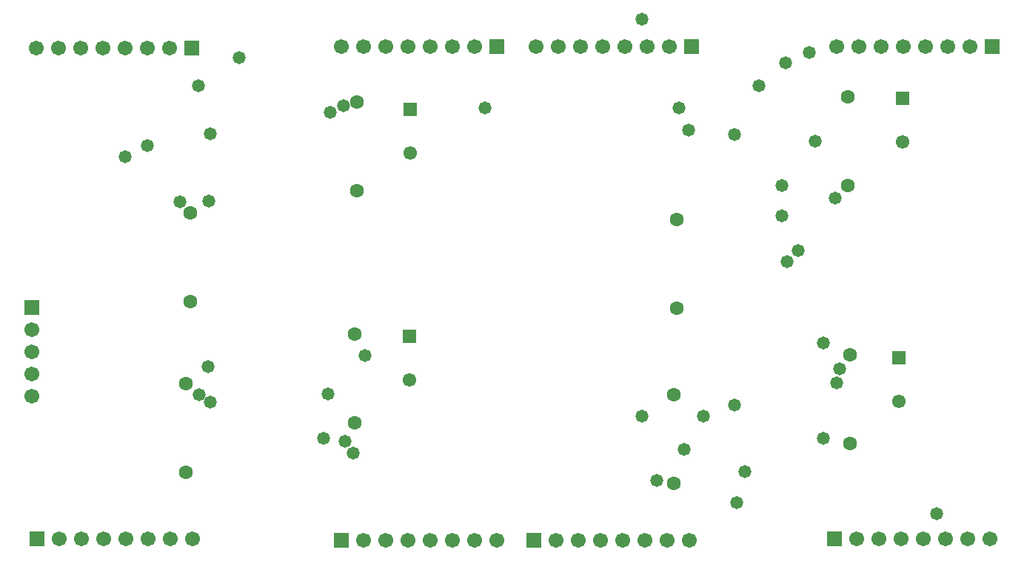
<source format=gbs>
G04*
G04 #@! TF.GenerationSoftware,Altium Limited,Altium Designer,20.0.14 (345)*
G04*
G04 Layer_Color=16711935*
%FSLAX23Y23*%
%MOIN*%
G70*
G01*
G75*
%ADD15C,0.061*%
%ADD16R,0.061X0.061*%
%ADD17R,0.067X0.067*%
%ADD18C,0.067*%
%ADD19C,0.063*%
%ADD20R,0.067X0.067*%
%ADD21C,0.058*%
D15*
X5025Y4342D02*
D03*
X2810Y4292D02*
D03*
X5010Y3170D02*
D03*
X2805Y3267D02*
D03*
D16*
X5025Y4538D02*
D03*
X2810Y4488D02*
D03*
X5010Y3367D02*
D03*
X2805Y3463D02*
D03*
D17*
X5430Y4770D02*
D03*
X4075D02*
D03*
X4720Y2550D02*
D03*
X3365Y2545D02*
D03*
X2500D02*
D03*
X1130Y2550D02*
D03*
X3200Y4770D02*
D03*
X1825Y4765D02*
D03*
D18*
X5330Y4770D02*
D03*
X5230D02*
D03*
X5130D02*
D03*
X5030D02*
D03*
X4930D02*
D03*
X4830D02*
D03*
X4730D02*
D03*
X3975D02*
D03*
X3875D02*
D03*
X3775D02*
D03*
X3675D02*
D03*
X3575D02*
D03*
X3475D02*
D03*
X3375D02*
D03*
X1105Y3195D02*
D03*
Y3295D02*
D03*
Y3395D02*
D03*
Y3495D02*
D03*
X4820Y2550D02*
D03*
X4920D02*
D03*
X5020D02*
D03*
X5120D02*
D03*
X5220D02*
D03*
X5320D02*
D03*
X5420D02*
D03*
X3465Y2545D02*
D03*
X3565D02*
D03*
X3665D02*
D03*
X3765D02*
D03*
X3865D02*
D03*
X3965D02*
D03*
X4065D02*
D03*
X2600D02*
D03*
X2700D02*
D03*
X2800D02*
D03*
X2900D02*
D03*
X3000D02*
D03*
X3100D02*
D03*
X3200D02*
D03*
X1230Y2550D02*
D03*
X1330D02*
D03*
X1430D02*
D03*
X1530D02*
D03*
X1630D02*
D03*
X1730D02*
D03*
X1830D02*
D03*
X3100Y4770D02*
D03*
X3000D02*
D03*
X2900D02*
D03*
X2800D02*
D03*
X2700D02*
D03*
X2600D02*
D03*
X2500D02*
D03*
X1725Y4765D02*
D03*
X1625D02*
D03*
X1525D02*
D03*
X1425D02*
D03*
X1325D02*
D03*
X1225D02*
D03*
X1125D02*
D03*
D19*
X4780Y4545D02*
D03*
Y4145D02*
D03*
X2570Y4520D02*
D03*
Y4120D02*
D03*
X4010Y3590D02*
D03*
Y3990D02*
D03*
X1820Y3620D02*
D03*
Y4020D02*
D03*
X4790Y3380D02*
D03*
Y2980D02*
D03*
X2560Y3475D02*
D03*
Y3075D02*
D03*
X3995Y3200D02*
D03*
Y2800D02*
D03*
X1800Y3250D02*
D03*
Y2850D02*
D03*
D20*
X1105Y3595D02*
D03*
D21*
X1908Y4378D02*
D03*
X1625Y4325D02*
D03*
X1525Y4275D02*
D03*
X5178Y2664D02*
D03*
X4555Y3850D02*
D03*
X4506Y3801D02*
D03*
X4481Y4145D02*
D03*
X2447Y4475D02*
D03*
X2507Y4503D02*
D03*
X4267Y4373D02*
D03*
X4377Y4595D02*
D03*
X3851Y4894D02*
D03*
X4498Y4698D02*
D03*
X4604Y4745D02*
D03*
X4729Y3255D02*
D03*
X4742Y3318D02*
D03*
X4667Y3005D02*
D03*
X4278Y2714D02*
D03*
X4268Y3155D02*
D03*
X2439Y3205D02*
D03*
X2419Y3005D02*
D03*
X2553Y2938D02*
D03*
X1900Y3327D02*
D03*
X1909Y3167D02*
D03*
X4043Y2955D02*
D03*
X1902Y4075D02*
D03*
X2515Y2992D02*
D03*
X2606Y3377D02*
D03*
X4127Y3105D02*
D03*
X3920Y2813D02*
D03*
X3853Y3105D02*
D03*
X4316Y2856D02*
D03*
X4020Y4496D02*
D03*
X3145D02*
D03*
X1854Y4594D02*
D03*
X1771Y4070D02*
D03*
X4723Y4089D02*
D03*
X4481Y4007D02*
D03*
X4669Y3433D02*
D03*
X4632Y4345D02*
D03*
X4061Y4395D02*
D03*
X2040Y4722D02*
D03*
X1860Y3202D02*
D03*
M02*

</source>
